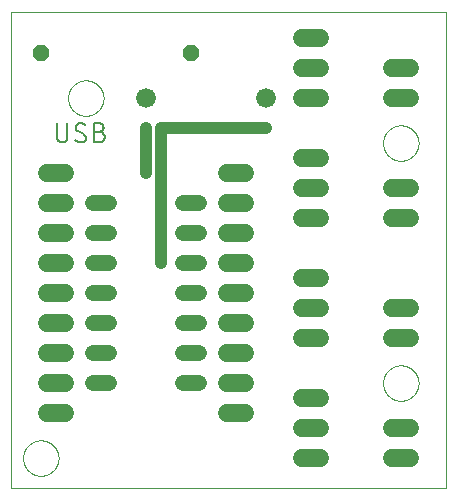
<source format=gtl>
G75*
%MOIN*%
%OFA0B0*%
%FSLAX25Y25*%
%IPPOS*%
%LPD*%
%AMOC8*
5,1,8,0,0,1.08239X$1,22.5*
%
%ADD10C,0.00000*%
%ADD11C,0.00600*%
%ADD12C,0.05937*%
%ADD13C,0.06000*%
%ADD14C,0.06600*%
%ADD15OC8,0.05200*%
%ADD16C,0.05200*%
%ADD17C,0.04159*%
%ADD18C,0.04000*%
D10*
X0002000Y0002000D02*
X0002000Y0160701D01*
X0146921Y0160701D01*
X0146921Y0002000D01*
X0002000Y0002000D01*
X0006094Y0012000D02*
X0006096Y0012153D01*
X0006102Y0012307D01*
X0006112Y0012460D01*
X0006126Y0012612D01*
X0006144Y0012765D01*
X0006166Y0012916D01*
X0006191Y0013067D01*
X0006221Y0013218D01*
X0006255Y0013368D01*
X0006292Y0013516D01*
X0006333Y0013664D01*
X0006378Y0013810D01*
X0006427Y0013956D01*
X0006480Y0014100D01*
X0006536Y0014242D01*
X0006596Y0014383D01*
X0006660Y0014523D01*
X0006727Y0014661D01*
X0006798Y0014797D01*
X0006873Y0014931D01*
X0006950Y0015063D01*
X0007032Y0015193D01*
X0007116Y0015321D01*
X0007204Y0015447D01*
X0007295Y0015570D01*
X0007389Y0015691D01*
X0007487Y0015809D01*
X0007587Y0015925D01*
X0007691Y0016038D01*
X0007797Y0016149D01*
X0007906Y0016257D01*
X0008018Y0016362D01*
X0008132Y0016463D01*
X0008250Y0016562D01*
X0008369Y0016658D01*
X0008491Y0016751D01*
X0008616Y0016840D01*
X0008743Y0016927D01*
X0008872Y0017009D01*
X0009003Y0017089D01*
X0009136Y0017165D01*
X0009271Y0017238D01*
X0009408Y0017307D01*
X0009547Y0017372D01*
X0009687Y0017434D01*
X0009829Y0017492D01*
X0009972Y0017547D01*
X0010117Y0017598D01*
X0010263Y0017645D01*
X0010410Y0017688D01*
X0010558Y0017727D01*
X0010707Y0017763D01*
X0010857Y0017794D01*
X0011008Y0017822D01*
X0011159Y0017846D01*
X0011312Y0017866D01*
X0011464Y0017882D01*
X0011617Y0017894D01*
X0011770Y0017902D01*
X0011923Y0017906D01*
X0012077Y0017906D01*
X0012230Y0017902D01*
X0012383Y0017894D01*
X0012536Y0017882D01*
X0012688Y0017866D01*
X0012841Y0017846D01*
X0012992Y0017822D01*
X0013143Y0017794D01*
X0013293Y0017763D01*
X0013442Y0017727D01*
X0013590Y0017688D01*
X0013737Y0017645D01*
X0013883Y0017598D01*
X0014028Y0017547D01*
X0014171Y0017492D01*
X0014313Y0017434D01*
X0014453Y0017372D01*
X0014592Y0017307D01*
X0014729Y0017238D01*
X0014864Y0017165D01*
X0014997Y0017089D01*
X0015128Y0017009D01*
X0015257Y0016927D01*
X0015384Y0016840D01*
X0015509Y0016751D01*
X0015631Y0016658D01*
X0015750Y0016562D01*
X0015868Y0016463D01*
X0015982Y0016362D01*
X0016094Y0016257D01*
X0016203Y0016149D01*
X0016309Y0016038D01*
X0016413Y0015925D01*
X0016513Y0015809D01*
X0016611Y0015691D01*
X0016705Y0015570D01*
X0016796Y0015447D01*
X0016884Y0015321D01*
X0016968Y0015193D01*
X0017050Y0015063D01*
X0017127Y0014931D01*
X0017202Y0014797D01*
X0017273Y0014661D01*
X0017340Y0014523D01*
X0017404Y0014383D01*
X0017464Y0014242D01*
X0017520Y0014100D01*
X0017573Y0013956D01*
X0017622Y0013810D01*
X0017667Y0013664D01*
X0017708Y0013516D01*
X0017745Y0013368D01*
X0017779Y0013218D01*
X0017809Y0013067D01*
X0017834Y0012916D01*
X0017856Y0012765D01*
X0017874Y0012612D01*
X0017888Y0012460D01*
X0017898Y0012307D01*
X0017904Y0012153D01*
X0017906Y0012000D01*
X0017904Y0011847D01*
X0017898Y0011693D01*
X0017888Y0011540D01*
X0017874Y0011388D01*
X0017856Y0011235D01*
X0017834Y0011084D01*
X0017809Y0010933D01*
X0017779Y0010782D01*
X0017745Y0010632D01*
X0017708Y0010484D01*
X0017667Y0010336D01*
X0017622Y0010190D01*
X0017573Y0010044D01*
X0017520Y0009900D01*
X0017464Y0009758D01*
X0017404Y0009617D01*
X0017340Y0009477D01*
X0017273Y0009339D01*
X0017202Y0009203D01*
X0017127Y0009069D01*
X0017050Y0008937D01*
X0016968Y0008807D01*
X0016884Y0008679D01*
X0016796Y0008553D01*
X0016705Y0008430D01*
X0016611Y0008309D01*
X0016513Y0008191D01*
X0016413Y0008075D01*
X0016309Y0007962D01*
X0016203Y0007851D01*
X0016094Y0007743D01*
X0015982Y0007638D01*
X0015868Y0007537D01*
X0015750Y0007438D01*
X0015631Y0007342D01*
X0015509Y0007249D01*
X0015384Y0007160D01*
X0015257Y0007073D01*
X0015128Y0006991D01*
X0014997Y0006911D01*
X0014864Y0006835D01*
X0014729Y0006762D01*
X0014592Y0006693D01*
X0014453Y0006628D01*
X0014313Y0006566D01*
X0014171Y0006508D01*
X0014028Y0006453D01*
X0013883Y0006402D01*
X0013737Y0006355D01*
X0013590Y0006312D01*
X0013442Y0006273D01*
X0013293Y0006237D01*
X0013143Y0006206D01*
X0012992Y0006178D01*
X0012841Y0006154D01*
X0012688Y0006134D01*
X0012536Y0006118D01*
X0012383Y0006106D01*
X0012230Y0006098D01*
X0012077Y0006094D01*
X0011923Y0006094D01*
X0011770Y0006098D01*
X0011617Y0006106D01*
X0011464Y0006118D01*
X0011312Y0006134D01*
X0011159Y0006154D01*
X0011008Y0006178D01*
X0010857Y0006206D01*
X0010707Y0006237D01*
X0010558Y0006273D01*
X0010410Y0006312D01*
X0010263Y0006355D01*
X0010117Y0006402D01*
X0009972Y0006453D01*
X0009829Y0006508D01*
X0009687Y0006566D01*
X0009547Y0006628D01*
X0009408Y0006693D01*
X0009271Y0006762D01*
X0009136Y0006835D01*
X0009003Y0006911D01*
X0008872Y0006991D01*
X0008743Y0007073D01*
X0008616Y0007160D01*
X0008491Y0007249D01*
X0008369Y0007342D01*
X0008250Y0007438D01*
X0008132Y0007537D01*
X0008018Y0007638D01*
X0007906Y0007743D01*
X0007797Y0007851D01*
X0007691Y0007962D01*
X0007587Y0008075D01*
X0007487Y0008191D01*
X0007389Y0008309D01*
X0007295Y0008430D01*
X0007204Y0008553D01*
X0007116Y0008679D01*
X0007032Y0008807D01*
X0006950Y0008937D01*
X0006873Y0009069D01*
X0006798Y0009203D01*
X0006727Y0009339D01*
X0006660Y0009477D01*
X0006596Y0009617D01*
X0006536Y0009758D01*
X0006480Y0009900D01*
X0006427Y0010044D01*
X0006378Y0010190D01*
X0006333Y0010336D01*
X0006292Y0010484D01*
X0006255Y0010632D01*
X0006221Y0010782D01*
X0006191Y0010933D01*
X0006166Y0011084D01*
X0006144Y0011235D01*
X0006126Y0011388D01*
X0006112Y0011540D01*
X0006102Y0011693D01*
X0006096Y0011847D01*
X0006094Y0012000D01*
X0021094Y0132000D02*
X0021096Y0132153D01*
X0021102Y0132307D01*
X0021112Y0132460D01*
X0021126Y0132612D01*
X0021144Y0132765D01*
X0021166Y0132916D01*
X0021191Y0133067D01*
X0021221Y0133218D01*
X0021255Y0133368D01*
X0021292Y0133516D01*
X0021333Y0133664D01*
X0021378Y0133810D01*
X0021427Y0133956D01*
X0021480Y0134100D01*
X0021536Y0134242D01*
X0021596Y0134383D01*
X0021660Y0134523D01*
X0021727Y0134661D01*
X0021798Y0134797D01*
X0021873Y0134931D01*
X0021950Y0135063D01*
X0022032Y0135193D01*
X0022116Y0135321D01*
X0022204Y0135447D01*
X0022295Y0135570D01*
X0022389Y0135691D01*
X0022487Y0135809D01*
X0022587Y0135925D01*
X0022691Y0136038D01*
X0022797Y0136149D01*
X0022906Y0136257D01*
X0023018Y0136362D01*
X0023132Y0136463D01*
X0023250Y0136562D01*
X0023369Y0136658D01*
X0023491Y0136751D01*
X0023616Y0136840D01*
X0023743Y0136927D01*
X0023872Y0137009D01*
X0024003Y0137089D01*
X0024136Y0137165D01*
X0024271Y0137238D01*
X0024408Y0137307D01*
X0024547Y0137372D01*
X0024687Y0137434D01*
X0024829Y0137492D01*
X0024972Y0137547D01*
X0025117Y0137598D01*
X0025263Y0137645D01*
X0025410Y0137688D01*
X0025558Y0137727D01*
X0025707Y0137763D01*
X0025857Y0137794D01*
X0026008Y0137822D01*
X0026159Y0137846D01*
X0026312Y0137866D01*
X0026464Y0137882D01*
X0026617Y0137894D01*
X0026770Y0137902D01*
X0026923Y0137906D01*
X0027077Y0137906D01*
X0027230Y0137902D01*
X0027383Y0137894D01*
X0027536Y0137882D01*
X0027688Y0137866D01*
X0027841Y0137846D01*
X0027992Y0137822D01*
X0028143Y0137794D01*
X0028293Y0137763D01*
X0028442Y0137727D01*
X0028590Y0137688D01*
X0028737Y0137645D01*
X0028883Y0137598D01*
X0029028Y0137547D01*
X0029171Y0137492D01*
X0029313Y0137434D01*
X0029453Y0137372D01*
X0029592Y0137307D01*
X0029729Y0137238D01*
X0029864Y0137165D01*
X0029997Y0137089D01*
X0030128Y0137009D01*
X0030257Y0136927D01*
X0030384Y0136840D01*
X0030509Y0136751D01*
X0030631Y0136658D01*
X0030750Y0136562D01*
X0030868Y0136463D01*
X0030982Y0136362D01*
X0031094Y0136257D01*
X0031203Y0136149D01*
X0031309Y0136038D01*
X0031413Y0135925D01*
X0031513Y0135809D01*
X0031611Y0135691D01*
X0031705Y0135570D01*
X0031796Y0135447D01*
X0031884Y0135321D01*
X0031968Y0135193D01*
X0032050Y0135063D01*
X0032127Y0134931D01*
X0032202Y0134797D01*
X0032273Y0134661D01*
X0032340Y0134523D01*
X0032404Y0134383D01*
X0032464Y0134242D01*
X0032520Y0134100D01*
X0032573Y0133956D01*
X0032622Y0133810D01*
X0032667Y0133664D01*
X0032708Y0133516D01*
X0032745Y0133368D01*
X0032779Y0133218D01*
X0032809Y0133067D01*
X0032834Y0132916D01*
X0032856Y0132765D01*
X0032874Y0132612D01*
X0032888Y0132460D01*
X0032898Y0132307D01*
X0032904Y0132153D01*
X0032906Y0132000D01*
X0032904Y0131847D01*
X0032898Y0131693D01*
X0032888Y0131540D01*
X0032874Y0131388D01*
X0032856Y0131235D01*
X0032834Y0131084D01*
X0032809Y0130933D01*
X0032779Y0130782D01*
X0032745Y0130632D01*
X0032708Y0130484D01*
X0032667Y0130336D01*
X0032622Y0130190D01*
X0032573Y0130044D01*
X0032520Y0129900D01*
X0032464Y0129758D01*
X0032404Y0129617D01*
X0032340Y0129477D01*
X0032273Y0129339D01*
X0032202Y0129203D01*
X0032127Y0129069D01*
X0032050Y0128937D01*
X0031968Y0128807D01*
X0031884Y0128679D01*
X0031796Y0128553D01*
X0031705Y0128430D01*
X0031611Y0128309D01*
X0031513Y0128191D01*
X0031413Y0128075D01*
X0031309Y0127962D01*
X0031203Y0127851D01*
X0031094Y0127743D01*
X0030982Y0127638D01*
X0030868Y0127537D01*
X0030750Y0127438D01*
X0030631Y0127342D01*
X0030509Y0127249D01*
X0030384Y0127160D01*
X0030257Y0127073D01*
X0030128Y0126991D01*
X0029997Y0126911D01*
X0029864Y0126835D01*
X0029729Y0126762D01*
X0029592Y0126693D01*
X0029453Y0126628D01*
X0029313Y0126566D01*
X0029171Y0126508D01*
X0029028Y0126453D01*
X0028883Y0126402D01*
X0028737Y0126355D01*
X0028590Y0126312D01*
X0028442Y0126273D01*
X0028293Y0126237D01*
X0028143Y0126206D01*
X0027992Y0126178D01*
X0027841Y0126154D01*
X0027688Y0126134D01*
X0027536Y0126118D01*
X0027383Y0126106D01*
X0027230Y0126098D01*
X0027077Y0126094D01*
X0026923Y0126094D01*
X0026770Y0126098D01*
X0026617Y0126106D01*
X0026464Y0126118D01*
X0026312Y0126134D01*
X0026159Y0126154D01*
X0026008Y0126178D01*
X0025857Y0126206D01*
X0025707Y0126237D01*
X0025558Y0126273D01*
X0025410Y0126312D01*
X0025263Y0126355D01*
X0025117Y0126402D01*
X0024972Y0126453D01*
X0024829Y0126508D01*
X0024687Y0126566D01*
X0024547Y0126628D01*
X0024408Y0126693D01*
X0024271Y0126762D01*
X0024136Y0126835D01*
X0024003Y0126911D01*
X0023872Y0126991D01*
X0023743Y0127073D01*
X0023616Y0127160D01*
X0023491Y0127249D01*
X0023369Y0127342D01*
X0023250Y0127438D01*
X0023132Y0127537D01*
X0023018Y0127638D01*
X0022906Y0127743D01*
X0022797Y0127851D01*
X0022691Y0127962D01*
X0022587Y0128075D01*
X0022487Y0128191D01*
X0022389Y0128309D01*
X0022295Y0128430D01*
X0022204Y0128553D01*
X0022116Y0128679D01*
X0022032Y0128807D01*
X0021950Y0128937D01*
X0021873Y0129069D01*
X0021798Y0129203D01*
X0021727Y0129339D01*
X0021660Y0129477D01*
X0021596Y0129617D01*
X0021536Y0129758D01*
X0021480Y0129900D01*
X0021427Y0130044D01*
X0021378Y0130190D01*
X0021333Y0130336D01*
X0021292Y0130484D01*
X0021255Y0130632D01*
X0021221Y0130782D01*
X0021191Y0130933D01*
X0021166Y0131084D01*
X0021144Y0131235D01*
X0021126Y0131388D01*
X0021112Y0131540D01*
X0021102Y0131693D01*
X0021096Y0131847D01*
X0021094Y0132000D01*
X0126094Y0117000D02*
X0126096Y0117153D01*
X0126102Y0117307D01*
X0126112Y0117460D01*
X0126126Y0117612D01*
X0126144Y0117765D01*
X0126166Y0117916D01*
X0126191Y0118067D01*
X0126221Y0118218D01*
X0126255Y0118368D01*
X0126292Y0118516D01*
X0126333Y0118664D01*
X0126378Y0118810D01*
X0126427Y0118956D01*
X0126480Y0119100D01*
X0126536Y0119242D01*
X0126596Y0119383D01*
X0126660Y0119523D01*
X0126727Y0119661D01*
X0126798Y0119797D01*
X0126873Y0119931D01*
X0126950Y0120063D01*
X0127032Y0120193D01*
X0127116Y0120321D01*
X0127204Y0120447D01*
X0127295Y0120570D01*
X0127389Y0120691D01*
X0127487Y0120809D01*
X0127587Y0120925D01*
X0127691Y0121038D01*
X0127797Y0121149D01*
X0127906Y0121257D01*
X0128018Y0121362D01*
X0128132Y0121463D01*
X0128250Y0121562D01*
X0128369Y0121658D01*
X0128491Y0121751D01*
X0128616Y0121840D01*
X0128743Y0121927D01*
X0128872Y0122009D01*
X0129003Y0122089D01*
X0129136Y0122165D01*
X0129271Y0122238D01*
X0129408Y0122307D01*
X0129547Y0122372D01*
X0129687Y0122434D01*
X0129829Y0122492D01*
X0129972Y0122547D01*
X0130117Y0122598D01*
X0130263Y0122645D01*
X0130410Y0122688D01*
X0130558Y0122727D01*
X0130707Y0122763D01*
X0130857Y0122794D01*
X0131008Y0122822D01*
X0131159Y0122846D01*
X0131312Y0122866D01*
X0131464Y0122882D01*
X0131617Y0122894D01*
X0131770Y0122902D01*
X0131923Y0122906D01*
X0132077Y0122906D01*
X0132230Y0122902D01*
X0132383Y0122894D01*
X0132536Y0122882D01*
X0132688Y0122866D01*
X0132841Y0122846D01*
X0132992Y0122822D01*
X0133143Y0122794D01*
X0133293Y0122763D01*
X0133442Y0122727D01*
X0133590Y0122688D01*
X0133737Y0122645D01*
X0133883Y0122598D01*
X0134028Y0122547D01*
X0134171Y0122492D01*
X0134313Y0122434D01*
X0134453Y0122372D01*
X0134592Y0122307D01*
X0134729Y0122238D01*
X0134864Y0122165D01*
X0134997Y0122089D01*
X0135128Y0122009D01*
X0135257Y0121927D01*
X0135384Y0121840D01*
X0135509Y0121751D01*
X0135631Y0121658D01*
X0135750Y0121562D01*
X0135868Y0121463D01*
X0135982Y0121362D01*
X0136094Y0121257D01*
X0136203Y0121149D01*
X0136309Y0121038D01*
X0136413Y0120925D01*
X0136513Y0120809D01*
X0136611Y0120691D01*
X0136705Y0120570D01*
X0136796Y0120447D01*
X0136884Y0120321D01*
X0136968Y0120193D01*
X0137050Y0120063D01*
X0137127Y0119931D01*
X0137202Y0119797D01*
X0137273Y0119661D01*
X0137340Y0119523D01*
X0137404Y0119383D01*
X0137464Y0119242D01*
X0137520Y0119100D01*
X0137573Y0118956D01*
X0137622Y0118810D01*
X0137667Y0118664D01*
X0137708Y0118516D01*
X0137745Y0118368D01*
X0137779Y0118218D01*
X0137809Y0118067D01*
X0137834Y0117916D01*
X0137856Y0117765D01*
X0137874Y0117612D01*
X0137888Y0117460D01*
X0137898Y0117307D01*
X0137904Y0117153D01*
X0137906Y0117000D01*
X0137904Y0116847D01*
X0137898Y0116693D01*
X0137888Y0116540D01*
X0137874Y0116388D01*
X0137856Y0116235D01*
X0137834Y0116084D01*
X0137809Y0115933D01*
X0137779Y0115782D01*
X0137745Y0115632D01*
X0137708Y0115484D01*
X0137667Y0115336D01*
X0137622Y0115190D01*
X0137573Y0115044D01*
X0137520Y0114900D01*
X0137464Y0114758D01*
X0137404Y0114617D01*
X0137340Y0114477D01*
X0137273Y0114339D01*
X0137202Y0114203D01*
X0137127Y0114069D01*
X0137050Y0113937D01*
X0136968Y0113807D01*
X0136884Y0113679D01*
X0136796Y0113553D01*
X0136705Y0113430D01*
X0136611Y0113309D01*
X0136513Y0113191D01*
X0136413Y0113075D01*
X0136309Y0112962D01*
X0136203Y0112851D01*
X0136094Y0112743D01*
X0135982Y0112638D01*
X0135868Y0112537D01*
X0135750Y0112438D01*
X0135631Y0112342D01*
X0135509Y0112249D01*
X0135384Y0112160D01*
X0135257Y0112073D01*
X0135128Y0111991D01*
X0134997Y0111911D01*
X0134864Y0111835D01*
X0134729Y0111762D01*
X0134592Y0111693D01*
X0134453Y0111628D01*
X0134313Y0111566D01*
X0134171Y0111508D01*
X0134028Y0111453D01*
X0133883Y0111402D01*
X0133737Y0111355D01*
X0133590Y0111312D01*
X0133442Y0111273D01*
X0133293Y0111237D01*
X0133143Y0111206D01*
X0132992Y0111178D01*
X0132841Y0111154D01*
X0132688Y0111134D01*
X0132536Y0111118D01*
X0132383Y0111106D01*
X0132230Y0111098D01*
X0132077Y0111094D01*
X0131923Y0111094D01*
X0131770Y0111098D01*
X0131617Y0111106D01*
X0131464Y0111118D01*
X0131312Y0111134D01*
X0131159Y0111154D01*
X0131008Y0111178D01*
X0130857Y0111206D01*
X0130707Y0111237D01*
X0130558Y0111273D01*
X0130410Y0111312D01*
X0130263Y0111355D01*
X0130117Y0111402D01*
X0129972Y0111453D01*
X0129829Y0111508D01*
X0129687Y0111566D01*
X0129547Y0111628D01*
X0129408Y0111693D01*
X0129271Y0111762D01*
X0129136Y0111835D01*
X0129003Y0111911D01*
X0128872Y0111991D01*
X0128743Y0112073D01*
X0128616Y0112160D01*
X0128491Y0112249D01*
X0128369Y0112342D01*
X0128250Y0112438D01*
X0128132Y0112537D01*
X0128018Y0112638D01*
X0127906Y0112743D01*
X0127797Y0112851D01*
X0127691Y0112962D01*
X0127587Y0113075D01*
X0127487Y0113191D01*
X0127389Y0113309D01*
X0127295Y0113430D01*
X0127204Y0113553D01*
X0127116Y0113679D01*
X0127032Y0113807D01*
X0126950Y0113937D01*
X0126873Y0114069D01*
X0126798Y0114203D01*
X0126727Y0114339D01*
X0126660Y0114477D01*
X0126596Y0114617D01*
X0126536Y0114758D01*
X0126480Y0114900D01*
X0126427Y0115044D01*
X0126378Y0115190D01*
X0126333Y0115336D01*
X0126292Y0115484D01*
X0126255Y0115632D01*
X0126221Y0115782D01*
X0126191Y0115933D01*
X0126166Y0116084D01*
X0126144Y0116235D01*
X0126126Y0116388D01*
X0126112Y0116540D01*
X0126102Y0116693D01*
X0126096Y0116847D01*
X0126094Y0117000D01*
X0126094Y0037000D02*
X0126096Y0037153D01*
X0126102Y0037307D01*
X0126112Y0037460D01*
X0126126Y0037612D01*
X0126144Y0037765D01*
X0126166Y0037916D01*
X0126191Y0038067D01*
X0126221Y0038218D01*
X0126255Y0038368D01*
X0126292Y0038516D01*
X0126333Y0038664D01*
X0126378Y0038810D01*
X0126427Y0038956D01*
X0126480Y0039100D01*
X0126536Y0039242D01*
X0126596Y0039383D01*
X0126660Y0039523D01*
X0126727Y0039661D01*
X0126798Y0039797D01*
X0126873Y0039931D01*
X0126950Y0040063D01*
X0127032Y0040193D01*
X0127116Y0040321D01*
X0127204Y0040447D01*
X0127295Y0040570D01*
X0127389Y0040691D01*
X0127487Y0040809D01*
X0127587Y0040925D01*
X0127691Y0041038D01*
X0127797Y0041149D01*
X0127906Y0041257D01*
X0128018Y0041362D01*
X0128132Y0041463D01*
X0128250Y0041562D01*
X0128369Y0041658D01*
X0128491Y0041751D01*
X0128616Y0041840D01*
X0128743Y0041927D01*
X0128872Y0042009D01*
X0129003Y0042089D01*
X0129136Y0042165D01*
X0129271Y0042238D01*
X0129408Y0042307D01*
X0129547Y0042372D01*
X0129687Y0042434D01*
X0129829Y0042492D01*
X0129972Y0042547D01*
X0130117Y0042598D01*
X0130263Y0042645D01*
X0130410Y0042688D01*
X0130558Y0042727D01*
X0130707Y0042763D01*
X0130857Y0042794D01*
X0131008Y0042822D01*
X0131159Y0042846D01*
X0131312Y0042866D01*
X0131464Y0042882D01*
X0131617Y0042894D01*
X0131770Y0042902D01*
X0131923Y0042906D01*
X0132077Y0042906D01*
X0132230Y0042902D01*
X0132383Y0042894D01*
X0132536Y0042882D01*
X0132688Y0042866D01*
X0132841Y0042846D01*
X0132992Y0042822D01*
X0133143Y0042794D01*
X0133293Y0042763D01*
X0133442Y0042727D01*
X0133590Y0042688D01*
X0133737Y0042645D01*
X0133883Y0042598D01*
X0134028Y0042547D01*
X0134171Y0042492D01*
X0134313Y0042434D01*
X0134453Y0042372D01*
X0134592Y0042307D01*
X0134729Y0042238D01*
X0134864Y0042165D01*
X0134997Y0042089D01*
X0135128Y0042009D01*
X0135257Y0041927D01*
X0135384Y0041840D01*
X0135509Y0041751D01*
X0135631Y0041658D01*
X0135750Y0041562D01*
X0135868Y0041463D01*
X0135982Y0041362D01*
X0136094Y0041257D01*
X0136203Y0041149D01*
X0136309Y0041038D01*
X0136413Y0040925D01*
X0136513Y0040809D01*
X0136611Y0040691D01*
X0136705Y0040570D01*
X0136796Y0040447D01*
X0136884Y0040321D01*
X0136968Y0040193D01*
X0137050Y0040063D01*
X0137127Y0039931D01*
X0137202Y0039797D01*
X0137273Y0039661D01*
X0137340Y0039523D01*
X0137404Y0039383D01*
X0137464Y0039242D01*
X0137520Y0039100D01*
X0137573Y0038956D01*
X0137622Y0038810D01*
X0137667Y0038664D01*
X0137708Y0038516D01*
X0137745Y0038368D01*
X0137779Y0038218D01*
X0137809Y0038067D01*
X0137834Y0037916D01*
X0137856Y0037765D01*
X0137874Y0037612D01*
X0137888Y0037460D01*
X0137898Y0037307D01*
X0137904Y0037153D01*
X0137906Y0037000D01*
X0137904Y0036847D01*
X0137898Y0036693D01*
X0137888Y0036540D01*
X0137874Y0036388D01*
X0137856Y0036235D01*
X0137834Y0036084D01*
X0137809Y0035933D01*
X0137779Y0035782D01*
X0137745Y0035632D01*
X0137708Y0035484D01*
X0137667Y0035336D01*
X0137622Y0035190D01*
X0137573Y0035044D01*
X0137520Y0034900D01*
X0137464Y0034758D01*
X0137404Y0034617D01*
X0137340Y0034477D01*
X0137273Y0034339D01*
X0137202Y0034203D01*
X0137127Y0034069D01*
X0137050Y0033937D01*
X0136968Y0033807D01*
X0136884Y0033679D01*
X0136796Y0033553D01*
X0136705Y0033430D01*
X0136611Y0033309D01*
X0136513Y0033191D01*
X0136413Y0033075D01*
X0136309Y0032962D01*
X0136203Y0032851D01*
X0136094Y0032743D01*
X0135982Y0032638D01*
X0135868Y0032537D01*
X0135750Y0032438D01*
X0135631Y0032342D01*
X0135509Y0032249D01*
X0135384Y0032160D01*
X0135257Y0032073D01*
X0135128Y0031991D01*
X0134997Y0031911D01*
X0134864Y0031835D01*
X0134729Y0031762D01*
X0134592Y0031693D01*
X0134453Y0031628D01*
X0134313Y0031566D01*
X0134171Y0031508D01*
X0134028Y0031453D01*
X0133883Y0031402D01*
X0133737Y0031355D01*
X0133590Y0031312D01*
X0133442Y0031273D01*
X0133293Y0031237D01*
X0133143Y0031206D01*
X0132992Y0031178D01*
X0132841Y0031154D01*
X0132688Y0031134D01*
X0132536Y0031118D01*
X0132383Y0031106D01*
X0132230Y0031098D01*
X0132077Y0031094D01*
X0131923Y0031094D01*
X0131770Y0031098D01*
X0131617Y0031106D01*
X0131464Y0031118D01*
X0131312Y0031134D01*
X0131159Y0031154D01*
X0131008Y0031178D01*
X0130857Y0031206D01*
X0130707Y0031237D01*
X0130558Y0031273D01*
X0130410Y0031312D01*
X0130263Y0031355D01*
X0130117Y0031402D01*
X0129972Y0031453D01*
X0129829Y0031508D01*
X0129687Y0031566D01*
X0129547Y0031628D01*
X0129408Y0031693D01*
X0129271Y0031762D01*
X0129136Y0031835D01*
X0129003Y0031911D01*
X0128872Y0031991D01*
X0128743Y0032073D01*
X0128616Y0032160D01*
X0128491Y0032249D01*
X0128369Y0032342D01*
X0128250Y0032438D01*
X0128132Y0032537D01*
X0128018Y0032638D01*
X0127906Y0032743D01*
X0127797Y0032851D01*
X0127691Y0032962D01*
X0127587Y0033075D01*
X0127487Y0033191D01*
X0127389Y0033309D01*
X0127295Y0033430D01*
X0127204Y0033553D01*
X0127116Y0033679D01*
X0127032Y0033807D01*
X0126950Y0033937D01*
X0126873Y0034069D01*
X0126798Y0034203D01*
X0126727Y0034339D01*
X0126660Y0034477D01*
X0126596Y0034617D01*
X0126536Y0034758D01*
X0126480Y0034900D01*
X0126427Y0035044D01*
X0126378Y0035190D01*
X0126333Y0035336D01*
X0126292Y0035484D01*
X0126255Y0035632D01*
X0126221Y0035782D01*
X0126191Y0035933D01*
X0126166Y0036084D01*
X0126144Y0036235D01*
X0126126Y0036388D01*
X0126112Y0036540D01*
X0126102Y0036693D01*
X0126096Y0036847D01*
X0126094Y0037000D01*
D11*
X0031469Y0117300D02*
X0029691Y0117300D01*
X0029691Y0123700D01*
X0031469Y0123700D01*
X0031543Y0123698D01*
X0031618Y0123692D01*
X0031691Y0123682D01*
X0031765Y0123669D01*
X0031837Y0123652D01*
X0031908Y0123630D01*
X0031979Y0123606D01*
X0032047Y0123577D01*
X0032115Y0123545D01*
X0032180Y0123509D01*
X0032243Y0123471D01*
X0032305Y0123428D01*
X0032364Y0123383D01*
X0032421Y0123335D01*
X0032475Y0123284D01*
X0032526Y0123230D01*
X0032574Y0123173D01*
X0032619Y0123114D01*
X0032662Y0123052D01*
X0032700Y0122989D01*
X0032736Y0122924D01*
X0032768Y0122856D01*
X0032797Y0122788D01*
X0032821Y0122717D01*
X0032843Y0122646D01*
X0032860Y0122574D01*
X0032873Y0122500D01*
X0032883Y0122427D01*
X0032889Y0122352D01*
X0032891Y0122278D01*
X0032889Y0122204D01*
X0032883Y0122129D01*
X0032873Y0122056D01*
X0032860Y0121982D01*
X0032843Y0121910D01*
X0032821Y0121839D01*
X0032797Y0121768D01*
X0032768Y0121700D01*
X0032736Y0121632D01*
X0032700Y0121567D01*
X0032662Y0121504D01*
X0032619Y0121442D01*
X0032574Y0121383D01*
X0032526Y0121326D01*
X0032475Y0121272D01*
X0032421Y0121221D01*
X0032364Y0121173D01*
X0032305Y0121128D01*
X0032243Y0121085D01*
X0032180Y0121047D01*
X0032115Y0121011D01*
X0032047Y0120979D01*
X0031979Y0120950D01*
X0031908Y0120926D01*
X0031837Y0120904D01*
X0031765Y0120887D01*
X0031691Y0120874D01*
X0031618Y0120864D01*
X0031543Y0120858D01*
X0031469Y0120856D01*
X0029691Y0120856D01*
X0031469Y0120856D02*
X0031552Y0120854D01*
X0031635Y0120848D01*
X0031718Y0120838D01*
X0031801Y0120825D01*
X0031882Y0120807D01*
X0031963Y0120786D01*
X0032042Y0120761D01*
X0032120Y0120732D01*
X0032197Y0120700D01*
X0032272Y0120664D01*
X0032346Y0120625D01*
X0032417Y0120582D01*
X0032487Y0120536D01*
X0032554Y0120486D01*
X0032619Y0120434D01*
X0032681Y0120379D01*
X0032741Y0120320D01*
X0032798Y0120259D01*
X0032852Y0120196D01*
X0032903Y0120130D01*
X0032950Y0120061D01*
X0032995Y0119991D01*
X0033036Y0119918D01*
X0033073Y0119844D01*
X0033108Y0119768D01*
X0033138Y0119690D01*
X0033165Y0119612D01*
X0033188Y0119531D01*
X0033208Y0119450D01*
X0033223Y0119368D01*
X0033235Y0119286D01*
X0033243Y0119203D01*
X0033247Y0119120D01*
X0033247Y0119036D01*
X0033243Y0118953D01*
X0033235Y0118870D01*
X0033223Y0118788D01*
X0033208Y0118706D01*
X0033188Y0118625D01*
X0033165Y0118544D01*
X0033138Y0118466D01*
X0033108Y0118388D01*
X0033073Y0118312D01*
X0033036Y0118238D01*
X0032995Y0118165D01*
X0032950Y0118095D01*
X0032903Y0118026D01*
X0032852Y0117960D01*
X0032798Y0117897D01*
X0032741Y0117836D01*
X0032681Y0117777D01*
X0032619Y0117722D01*
X0032554Y0117670D01*
X0032487Y0117620D01*
X0032417Y0117574D01*
X0032346Y0117531D01*
X0032272Y0117492D01*
X0032197Y0117456D01*
X0032120Y0117424D01*
X0032042Y0117395D01*
X0031963Y0117370D01*
X0031882Y0117349D01*
X0031801Y0117331D01*
X0031718Y0117318D01*
X0031635Y0117308D01*
X0031552Y0117302D01*
X0031469Y0117300D01*
X0026298Y0119967D02*
X0024343Y0121033D01*
X0025054Y0123700D02*
X0025155Y0123698D01*
X0025256Y0123692D01*
X0025356Y0123683D01*
X0025456Y0123669D01*
X0025556Y0123652D01*
X0025655Y0123632D01*
X0025752Y0123607D01*
X0025849Y0123579D01*
X0025945Y0123547D01*
X0026040Y0123511D01*
X0026133Y0123472D01*
X0026224Y0123430D01*
X0026314Y0123384D01*
X0026402Y0123334D01*
X0026488Y0123282D01*
X0026572Y0123226D01*
X0026654Y0123167D01*
X0024343Y0121034D02*
X0024279Y0121074D01*
X0024218Y0121117D01*
X0024159Y0121163D01*
X0024102Y0121212D01*
X0024048Y0121264D01*
X0023997Y0121318D01*
X0023949Y0121376D01*
X0023903Y0121435D01*
X0023861Y0121497D01*
X0023822Y0121562D01*
X0023787Y0121628D01*
X0023755Y0121695D01*
X0023726Y0121765D01*
X0023701Y0121835D01*
X0023680Y0121907D01*
X0023663Y0121980D01*
X0023649Y0122054D01*
X0023640Y0122128D01*
X0023634Y0122203D01*
X0023632Y0122278D01*
X0023634Y0122352D01*
X0023640Y0122427D01*
X0023650Y0122500D01*
X0023663Y0122574D01*
X0023680Y0122646D01*
X0023702Y0122717D01*
X0023726Y0122788D01*
X0023755Y0122856D01*
X0023787Y0122924D01*
X0023823Y0122989D01*
X0023861Y0123052D01*
X0023904Y0123114D01*
X0023949Y0123173D01*
X0023997Y0123230D01*
X0024048Y0123284D01*
X0024103Y0123335D01*
X0024159Y0123383D01*
X0024218Y0123428D01*
X0024280Y0123471D01*
X0024343Y0123509D01*
X0024408Y0123545D01*
X0024476Y0123577D01*
X0024544Y0123606D01*
X0024615Y0123630D01*
X0024686Y0123652D01*
X0024758Y0123669D01*
X0024832Y0123682D01*
X0024905Y0123692D01*
X0024980Y0123698D01*
X0025054Y0123700D01*
X0023454Y0118189D02*
X0023531Y0118114D01*
X0023611Y0118041D01*
X0023694Y0117972D01*
X0023779Y0117905D01*
X0023866Y0117842D01*
X0023955Y0117782D01*
X0024047Y0117725D01*
X0024140Y0117671D01*
X0024236Y0117621D01*
X0024333Y0117574D01*
X0024432Y0117531D01*
X0024532Y0117491D01*
X0024633Y0117455D01*
X0024736Y0117423D01*
X0024840Y0117394D01*
X0024945Y0117369D01*
X0025051Y0117348D01*
X0025157Y0117331D01*
X0025264Y0117317D01*
X0025372Y0117308D01*
X0025479Y0117302D01*
X0025587Y0117300D01*
X0025661Y0117302D01*
X0025736Y0117308D01*
X0025809Y0117318D01*
X0025883Y0117331D01*
X0025955Y0117348D01*
X0026026Y0117370D01*
X0026097Y0117394D01*
X0026165Y0117423D01*
X0026233Y0117455D01*
X0026298Y0117491D01*
X0026361Y0117529D01*
X0026423Y0117572D01*
X0026482Y0117617D01*
X0026539Y0117665D01*
X0026593Y0117716D01*
X0026644Y0117770D01*
X0026692Y0117827D01*
X0026737Y0117886D01*
X0026780Y0117948D01*
X0026818Y0118011D01*
X0026854Y0118076D01*
X0026886Y0118144D01*
X0026915Y0118212D01*
X0026939Y0118283D01*
X0026961Y0118354D01*
X0026978Y0118426D01*
X0026991Y0118500D01*
X0027001Y0118573D01*
X0027007Y0118648D01*
X0027009Y0118722D01*
X0027007Y0118797D01*
X0027001Y0118872D01*
X0026992Y0118946D01*
X0026978Y0119020D01*
X0026961Y0119093D01*
X0026940Y0119165D01*
X0026915Y0119235D01*
X0026886Y0119305D01*
X0026854Y0119372D01*
X0026819Y0119438D01*
X0026780Y0119503D01*
X0026738Y0119565D01*
X0026692Y0119624D01*
X0026644Y0119682D01*
X0026593Y0119736D01*
X0026539Y0119788D01*
X0026482Y0119837D01*
X0026423Y0119883D01*
X0026362Y0119926D01*
X0026298Y0119966D01*
X0020856Y0119078D02*
X0020856Y0123700D01*
X0017300Y0123700D02*
X0017300Y0119078D01*
X0017302Y0118995D01*
X0017308Y0118912D01*
X0017318Y0118829D01*
X0017331Y0118746D01*
X0017349Y0118665D01*
X0017370Y0118584D01*
X0017395Y0118505D01*
X0017424Y0118427D01*
X0017456Y0118350D01*
X0017492Y0118275D01*
X0017531Y0118201D01*
X0017574Y0118130D01*
X0017620Y0118060D01*
X0017670Y0117993D01*
X0017722Y0117928D01*
X0017777Y0117866D01*
X0017836Y0117806D01*
X0017897Y0117749D01*
X0017960Y0117695D01*
X0018026Y0117644D01*
X0018095Y0117597D01*
X0018165Y0117552D01*
X0018238Y0117511D01*
X0018312Y0117474D01*
X0018388Y0117439D01*
X0018466Y0117409D01*
X0018544Y0117382D01*
X0018625Y0117359D01*
X0018706Y0117339D01*
X0018788Y0117324D01*
X0018870Y0117312D01*
X0018953Y0117304D01*
X0019036Y0117300D01*
X0019120Y0117300D01*
X0019203Y0117304D01*
X0019286Y0117312D01*
X0019368Y0117324D01*
X0019450Y0117339D01*
X0019531Y0117359D01*
X0019612Y0117382D01*
X0019690Y0117409D01*
X0019768Y0117439D01*
X0019844Y0117474D01*
X0019918Y0117511D01*
X0019991Y0117552D01*
X0020061Y0117597D01*
X0020130Y0117644D01*
X0020196Y0117695D01*
X0020259Y0117749D01*
X0020320Y0117806D01*
X0020379Y0117866D01*
X0020434Y0117928D01*
X0020486Y0117993D01*
X0020536Y0118060D01*
X0020582Y0118130D01*
X0020625Y0118201D01*
X0020664Y0118275D01*
X0020700Y0118350D01*
X0020732Y0118427D01*
X0020761Y0118505D01*
X0020786Y0118584D01*
X0020807Y0118665D01*
X0020825Y0118746D01*
X0020838Y0118829D01*
X0020848Y0118912D01*
X0020854Y0118995D01*
X0020856Y0119078D01*
D12*
X0129031Y0132000D02*
X0134969Y0132000D01*
X0134969Y0142000D02*
X0129031Y0142000D01*
X0129031Y0102000D02*
X0134969Y0102000D01*
X0134969Y0092000D02*
X0129031Y0092000D01*
X0129031Y0062000D02*
X0134969Y0062000D01*
X0134969Y0052000D02*
X0129031Y0052000D01*
X0129031Y0022000D02*
X0134969Y0022000D01*
X0134969Y0012000D02*
X0129031Y0012000D01*
D13*
X0105000Y0012000D02*
X0099000Y0012000D01*
X0099000Y0022000D02*
X0105000Y0022000D01*
X0105000Y0032000D02*
X0099000Y0032000D01*
X0080000Y0027000D02*
X0074000Y0027000D01*
X0074000Y0037000D02*
X0080000Y0037000D01*
X0080000Y0047000D02*
X0074000Y0047000D01*
X0074000Y0057000D02*
X0080000Y0057000D01*
X0080000Y0067000D02*
X0074000Y0067000D01*
X0074000Y0077000D02*
X0080000Y0077000D01*
X0080000Y0087000D02*
X0074000Y0087000D01*
X0074000Y0097000D02*
X0080000Y0097000D01*
X0080000Y0107000D02*
X0074000Y0107000D01*
X0099000Y0102000D02*
X0105000Y0102000D01*
X0105000Y0092000D02*
X0099000Y0092000D01*
X0099000Y0072000D02*
X0105000Y0072000D01*
X0105000Y0062000D02*
X0099000Y0062000D01*
X0099000Y0052000D02*
X0105000Y0052000D01*
X0105000Y0112000D02*
X0099000Y0112000D01*
X0099000Y0132000D02*
X0105000Y0132000D01*
X0105000Y0142000D02*
X0099000Y0142000D01*
X0099000Y0152000D02*
X0105000Y0152000D01*
X0020000Y0107000D02*
X0014000Y0107000D01*
X0014000Y0097000D02*
X0020000Y0097000D01*
X0020000Y0087000D02*
X0014000Y0087000D01*
X0014000Y0077000D02*
X0020000Y0077000D01*
X0020000Y0067000D02*
X0014000Y0067000D01*
X0014000Y0057000D02*
X0020000Y0057000D01*
X0020000Y0047000D02*
X0014000Y0047000D01*
X0014000Y0037000D02*
X0020000Y0037000D01*
X0020000Y0027000D02*
X0014000Y0027000D01*
D14*
X0047000Y0132000D03*
X0087000Y0132000D03*
D15*
X0062000Y0147000D03*
X0012000Y0147000D03*
D16*
X0029400Y0097000D02*
X0034600Y0097000D01*
X0034600Y0087000D02*
X0029400Y0087000D01*
X0029400Y0077000D02*
X0034600Y0077000D01*
X0034600Y0067000D02*
X0029400Y0067000D01*
X0029400Y0057000D02*
X0034600Y0057000D01*
X0034600Y0047000D02*
X0029400Y0047000D01*
X0029400Y0037000D02*
X0034600Y0037000D01*
X0059400Y0037000D02*
X0064600Y0037000D01*
X0064600Y0047000D02*
X0059400Y0047000D01*
X0059400Y0057000D02*
X0064600Y0057000D01*
X0064600Y0067000D02*
X0059400Y0067000D01*
X0059400Y0077000D02*
X0064600Y0077000D01*
X0064600Y0087000D02*
X0059400Y0087000D01*
X0059400Y0097000D02*
X0064600Y0097000D01*
D17*
X0047000Y0107000D03*
X0047000Y0122000D03*
X0087000Y0122000D03*
X0052000Y0077000D03*
D18*
X0052000Y0122000D01*
X0087000Y0122000D01*
X0047000Y0122000D02*
X0047000Y0107000D01*
M02*

</source>
